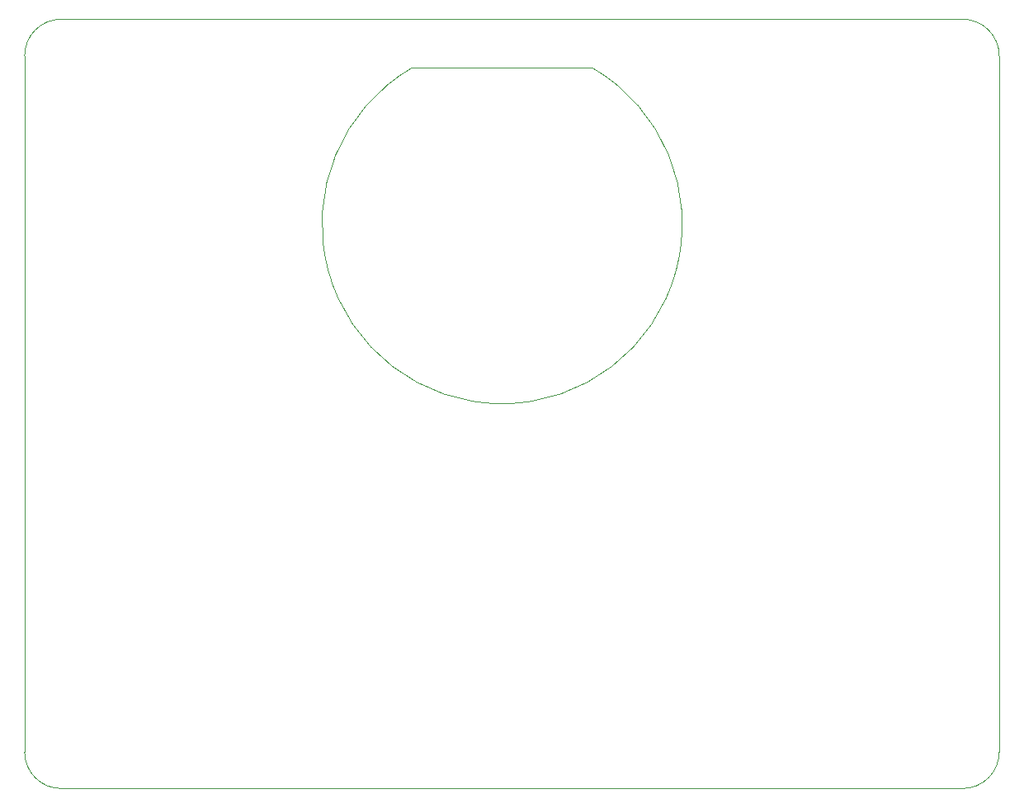
<source format=gm1>
%TF.GenerationSoftware,KiCad,Pcbnew,5.99.0+really5.1.12+dfsg1-1*%
%TF.CreationDate,2022-01-12T10:46:10+01:00*%
%TF.ProjectId,ba-imu,62612d69-6d75-42e6-9b69-6361645f7063,v01*%
%TF.SameCoordinates,Original*%
%TF.FileFunction,Profile,NP*%
%FSLAX46Y46*%
G04 Gerber Fmt 4.6, Leading zero omitted, Abs format (unit mm)*
G04 Created by KiCad (PCBNEW 5.99.0+really5.1.12+dfsg1-1) date 2022-01-12 10:46:10*
%MOMM*%
%LPD*%
G01*
G04 APERTURE LIST*
%TA.AperFunction,Profile*%
%ADD10C,0.050000*%
%TD*%
G04 APERTURE END LIST*
D10*
X139740640Y-55000000D02*
X158253965Y-54996879D01*
X158253965Y-54996879D02*
G75*
G02*
X139740640Y-55000000I-9253965J-16003121D01*
G01*
X100000000Y-53750000D02*
G75*
G02*
X103750000Y-50000000I3750000J0D01*
G01*
X196250000Y-50000000D02*
G75*
G02*
X200000000Y-53750000I0J-3750000D01*
G01*
X200000000Y-125250000D02*
G75*
G02*
X196250000Y-129000000I-3750000J0D01*
G01*
X103750000Y-129000000D02*
G75*
G02*
X100000000Y-125250000I0J3750000D01*
G01*
X103750000Y-129000000D02*
X196250000Y-129000000D01*
X200000000Y-53750000D02*
X200000000Y-125250000D01*
X103750000Y-50000000D02*
X196250000Y-50000000D01*
X100000000Y-53750000D02*
X100000000Y-125250000D01*
M02*

</source>
